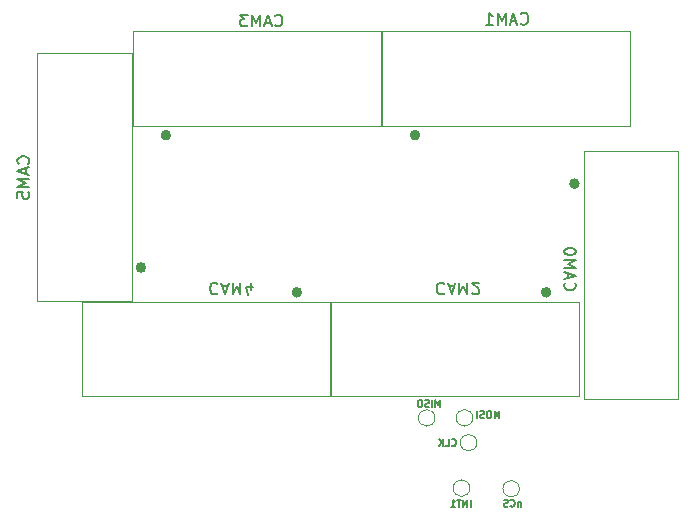
<source format=gbr>
%TF.GenerationSoftware,KiCad,Pcbnew,5.99.0-unknown-ad69e44~101~ubuntu18.04.1*%
%TF.CreationDate,2020-06-22T16:53:12+08:00*%
%TF.ProjectId,ovc4,6f766334-2e6b-4696-9361-645f70636258,rev?*%
%TF.SameCoordinates,Original*%
%TF.FileFunction,Legend,Bot*%
%TF.FilePolarity,Positive*%
%FSLAX46Y46*%
G04 Gerber Fmt 4.6, Leading zero omitted, Abs format (unit mm)*
G04 Created by KiCad (PCBNEW 5.99.0-unknown-ad69e44~101~ubuntu18.04.1) date 2020-06-22 16:53:12*
%MOMM*%
%LPD*%
G01*
G04 APERTURE LIST*
%ADD10C,0.150000*%
%ADD11C,0.500000*%
%ADD12C,0.120000*%
G04 APERTURE END LIST*
D10*
X113114285Y-87121428D02*
X113114285Y-87521428D01*
X113114285Y-87178571D02*
X113085714Y-87150000D01*
X113028571Y-87121428D01*
X112942857Y-87121428D01*
X112885714Y-87150000D01*
X112857142Y-87207142D01*
X112857142Y-87521428D01*
X112228571Y-87464285D02*
X112257142Y-87492857D01*
X112342857Y-87521428D01*
X112400000Y-87521428D01*
X112485714Y-87492857D01*
X112542857Y-87435714D01*
X112571428Y-87378571D01*
X112600000Y-87264285D01*
X112600000Y-87178571D01*
X112571428Y-87064285D01*
X112542857Y-87007142D01*
X112485714Y-86950000D01*
X112400000Y-86921428D01*
X112342857Y-86921428D01*
X112257142Y-86950000D01*
X112228571Y-86978571D01*
X112000000Y-87492857D02*
X111914285Y-87521428D01*
X111771428Y-87521428D01*
X111714285Y-87492857D01*
X111685714Y-87464285D01*
X111657142Y-87407142D01*
X111657142Y-87350000D01*
X111685714Y-87292857D01*
X111714285Y-87264285D01*
X111771428Y-87235714D01*
X111885714Y-87207142D01*
X111942857Y-87178571D01*
X111971428Y-87150000D01*
X112000000Y-87092857D01*
X112000000Y-87035714D01*
X111971428Y-86978571D01*
X111942857Y-86950000D01*
X111885714Y-86921428D01*
X111742857Y-86921428D01*
X111657142Y-86950000D01*
X108878571Y-87521428D02*
X108878571Y-86921428D01*
X108592857Y-87521428D02*
X108592857Y-86921428D01*
X108250000Y-87521428D01*
X108250000Y-86921428D01*
X108050000Y-86921428D02*
X107707142Y-86921428D01*
X107878571Y-87521428D02*
X107878571Y-86921428D01*
X107192857Y-87521428D02*
X107535714Y-87521428D01*
X107364285Y-87521428D02*
X107364285Y-86921428D01*
X107421428Y-87007142D01*
X107478571Y-87064285D01*
X107535714Y-87092857D01*
X107257142Y-82314285D02*
X107285714Y-82342857D01*
X107371428Y-82371428D01*
X107428571Y-82371428D01*
X107514285Y-82342857D01*
X107571428Y-82285714D01*
X107600000Y-82228571D01*
X107628571Y-82114285D01*
X107628571Y-82028571D01*
X107600000Y-81914285D01*
X107571428Y-81857142D01*
X107514285Y-81800000D01*
X107428571Y-81771428D01*
X107371428Y-81771428D01*
X107285714Y-81800000D01*
X107257142Y-81828571D01*
X106714285Y-82371428D02*
X107000000Y-82371428D01*
X107000000Y-81771428D01*
X106514285Y-82371428D02*
X106514285Y-81771428D01*
X106171428Y-82371428D02*
X106428571Y-82028571D01*
X106171428Y-81771428D02*
X106514285Y-82114285D01*
X111292857Y-80021428D02*
X111292857Y-79421428D01*
X111092857Y-79850000D01*
X110892857Y-79421428D01*
X110892857Y-80021428D01*
X110492857Y-79421428D02*
X110378571Y-79421428D01*
X110321428Y-79450000D01*
X110264285Y-79507142D01*
X110235714Y-79621428D01*
X110235714Y-79821428D01*
X110264285Y-79935714D01*
X110321428Y-79992857D01*
X110378571Y-80021428D01*
X110492857Y-80021428D01*
X110550000Y-79992857D01*
X110607142Y-79935714D01*
X110635714Y-79821428D01*
X110635714Y-79621428D01*
X110607142Y-79507142D01*
X110550000Y-79450000D01*
X110492857Y-79421428D01*
X110007142Y-79992857D02*
X109921428Y-80021428D01*
X109778571Y-80021428D01*
X109721428Y-79992857D01*
X109692857Y-79964285D01*
X109664285Y-79907142D01*
X109664285Y-79850000D01*
X109692857Y-79792857D01*
X109721428Y-79764285D01*
X109778571Y-79735714D01*
X109892857Y-79707142D01*
X109950000Y-79678571D01*
X109978571Y-79650000D01*
X110007142Y-79592857D01*
X110007142Y-79535714D01*
X109978571Y-79478571D01*
X109950000Y-79450000D01*
X109892857Y-79421428D01*
X109750000Y-79421428D01*
X109664285Y-79450000D01*
X109407142Y-80021428D02*
X109407142Y-79421428D01*
X106292857Y-79071428D02*
X106292857Y-78471428D01*
X106092857Y-78900000D01*
X105892857Y-78471428D01*
X105892857Y-79071428D01*
X105607142Y-79071428D02*
X105607142Y-78471428D01*
X105350000Y-79042857D02*
X105264285Y-79071428D01*
X105121428Y-79071428D01*
X105064285Y-79042857D01*
X105035714Y-79014285D01*
X105007142Y-78957142D01*
X105007142Y-78900000D01*
X105035714Y-78842857D01*
X105064285Y-78814285D01*
X105121428Y-78785714D01*
X105235714Y-78757142D01*
X105292857Y-78728571D01*
X105321428Y-78700000D01*
X105350000Y-78642857D01*
X105350000Y-78585714D01*
X105321428Y-78528571D01*
X105292857Y-78500000D01*
X105235714Y-78471428D01*
X105092857Y-78471428D01*
X105007142Y-78500000D01*
X104635714Y-78471428D02*
X104521428Y-78471428D01*
X104464285Y-78500000D01*
X104407142Y-78557142D01*
X104378571Y-78671428D01*
X104378571Y-78871428D01*
X104407142Y-78985714D01*
X104464285Y-79042857D01*
X104521428Y-79071428D01*
X104635714Y-79071428D01*
X104692857Y-79042857D01*
X104750000Y-78985714D01*
X104778571Y-78871428D01*
X104778571Y-78671428D01*
X104750000Y-78557142D01*
X104692857Y-78500000D01*
X104635714Y-78471428D01*
%TO.C,CAM1*%
X113116666Y-46607142D02*
X113164285Y-46654761D01*
X113307142Y-46702380D01*
X113402380Y-46702380D01*
X113545238Y-46654761D01*
X113640476Y-46559523D01*
X113688095Y-46464285D01*
X113735714Y-46273809D01*
X113735714Y-46130952D01*
X113688095Y-45940476D01*
X113640476Y-45845238D01*
X113545238Y-45750000D01*
X113402380Y-45702380D01*
X113307142Y-45702380D01*
X113164285Y-45750000D01*
X113116666Y-45797619D01*
X112735714Y-46416666D02*
X112259523Y-46416666D01*
X112830952Y-46702380D02*
X112497619Y-45702380D01*
X112164285Y-46702380D01*
X111830952Y-46702380D02*
X111830952Y-45702380D01*
X111497619Y-46416666D01*
X111164285Y-45702380D01*
X111164285Y-46702380D01*
X110164285Y-46702380D02*
X110735714Y-46702380D01*
X110450000Y-46702380D02*
X110450000Y-45702380D01*
X110545238Y-45845238D01*
X110640476Y-45940476D01*
X110735714Y-45988095D01*
%TO.C,CAM4*%
X87433333Y-68642857D02*
X87385714Y-68595238D01*
X87242857Y-68547619D01*
X87147619Y-68547619D01*
X87004761Y-68595238D01*
X86909523Y-68690476D01*
X86861904Y-68785714D01*
X86814285Y-68976190D01*
X86814285Y-69119047D01*
X86861904Y-69309523D01*
X86909523Y-69404761D01*
X87004761Y-69500000D01*
X87147619Y-69547619D01*
X87242857Y-69547619D01*
X87385714Y-69500000D01*
X87433333Y-69452380D01*
X87814285Y-68833333D02*
X88290476Y-68833333D01*
X87719047Y-68547619D02*
X88052380Y-69547619D01*
X88385714Y-68547619D01*
X88719047Y-68547619D02*
X88719047Y-69547619D01*
X89052380Y-68833333D01*
X89385714Y-69547619D01*
X89385714Y-68547619D01*
X90290476Y-69214285D02*
X90290476Y-68547619D01*
X90052380Y-69595238D02*
X89814285Y-68880952D01*
X90433333Y-68880952D01*
%TO.C,CAM5*%
X71407142Y-58483333D02*
X71454761Y-58435714D01*
X71502380Y-58292857D01*
X71502380Y-58197619D01*
X71454761Y-58054761D01*
X71359523Y-57959523D01*
X71264285Y-57911904D01*
X71073809Y-57864285D01*
X70930952Y-57864285D01*
X70740476Y-57911904D01*
X70645238Y-57959523D01*
X70550000Y-58054761D01*
X70502380Y-58197619D01*
X70502380Y-58292857D01*
X70550000Y-58435714D01*
X70597619Y-58483333D01*
X71216666Y-58864285D02*
X71216666Y-59340476D01*
X71502380Y-58769047D02*
X70502380Y-59102380D01*
X71502380Y-59435714D01*
X71502380Y-59769047D02*
X70502380Y-59769047D01*
X71216666Y-60102380D01*
X70502380Y-60435714D01*
X71502380Y-60435714D01*
X70502380Y-61388095D02*
X70502380Y-60911904D01*
X70978571Y-60864285D01*
X70930952Y-60911904D01*
X70883333Y-61007142D01*
X70883333Y-61245238D01*
X70930952Y-61340476D01*
X70978571Y-61388095D01*
X71073809Y-61435714D01*
X71311904Y-61435714D01*
X71407142Y-61388095D01*
X71454761Y-61340476D01*
X71502380Y-61245238D01*
X71502380Y-61007142D01*
X71454761Y-60911904D01*
X71407142Y-60864285D01*
%TO.C,CAM3*%
X92316666Y-46757142D02*
X92364285Y-46804761D01*
X92507142Y-46852380D01*
X92602380Y-46852380D01*
X92745238Y-46804761D01*
X92840476Y-46709523D01*
X92888095Y-46614285D01*
X92935714Y-46423809D01*
X92935714Y-46280952D01*
X92888095Y-46090476D01*
X92840476Y-45995238D01*
X92745238Y-45900000D01*
X92602380Y-45852380D01*
X92507142Y-45852380D01*
X92364285Y-45900000D01*
X92316666Y-45947619D01*
X91935714Y-46566666D02*
X91459523Y-46566666D01*
X92030952Y-46852380D02*
X91697619Y-45852380D01*
X91364285Y-46852380D01*
X91030952Y-46852380D02*
X91030952Y-45852380D01*
X90697619Y-46566666D01*
X90364285Y-45852380D01*
X90364285Y-46852380D01*
X89983333Y-45852380D02*
X89364285Y-45852380D01*
X89697619Y-46233333D01*
X89554761Y-46233333D01*
X89459523Y-46280952D01*
X89411904Y-46328571D01*
X89364285Y-46423809D01*
X89364285Y-46661904D01*
X89411904Y-46757142D01*
X89459523Y-46804761D01*
X89554761Y-46852380D01*
X89840476Y-46852380D01*
X89935714Y-46804761D01*
X89983333Y-46757142D01*
%TO.C,CAM2*%
X106633333Y-68642857D02*
X106585714Y-68595238D01*
X106442857Y-68547619D01*
X106347619Y-68547619D01*
X106204761Y-68595238D01*
X106109523Y-68690476D01*
X106061904Y-68785714D01*
X106014285Y-68976190D01*
X106014285Y-69119047D01*
X106061904Y-69309523D01*
X106109523Y-69404761D01*
X106204761Y-69500000D01*
X106347619Y-69547619D01*
X106442857Y-69547619D01*
X106585714Y-69500000D01*
X106633333Y-69452380D01*
X107014285Y-68833333D02*
X107490476Y-68833333D01*
X106919047Y-68547619D02*
X107252380Y-69547619D01*
X107585714Y-68547619D01*
X107919047Y-68547619D02*
X107919047Y-69547619D01*
X108252380Y-68833333D01*
X108585714Y-69547619D01*
X108585714Y-68547619D01*
X109014285Y-69452380D02*
X109061904Y-69500000D01*
X109157142Y-69547619D01*
X109395238Y-69547619D01*
X109490476Y-69500000D01*
X109538095Y-69452380D01*
X109585714Y-69357142D01*
X109585714Y-69261904D01*
X109538095Y-69119047D01*
X108966666Y-68547619D01*
X109585714Y-68547619D01*
%TO.C,CAM0*%
X116892857Y-68566666D02*
X116845238Y-68614285D01*
X116797619Y-68757142D01*
X116797619Y-68852380D01*
X116845238Y-68995238D01*
X116940476Y-69090476D01*
X117035714Y-69138095D01*
X117226190Y-69185714D01*
X117369047Y-69185714D01*
X117559523Y-69138095D01*
X117654761Y-69090476D01*
X117750000Y-68995238D01*
X117797619Y-68852380D01*
X117797619Y-68757142D01*
X117750000Y-68614285D01*
X117702380Y-68566666D01*
X117083333Y-68185714D02*
X117083333Y-67709523D01*
X116797619Y-68280952D02*
X117797619Y-67947619D01*
X116797619Y-67614285D01*
X116797619Y-67280952D02*
X117797619Y-67280952D01*
X117083333Y-66947619D01*
X117797619Y-66614285D01*
X116797619Y-66614285D01*
X117797619Y-65947619D02*
X117797619Y-65852380D01*
X117750000Y-65757142D01*
X117702380Y-65709523D01*
X117607142Y-65661904D01*
X117416666Y-65614285D01*
X117178571Y-65614285D01*
X116988095Y-65661904D01*
X116892857Y-65709523D01*
X116845238Y-65757142D01*
X116797619Y-65852380D01*
X116797619Y-65947619D01*
X116845238Y-66042857D01*
X116892857Y-66090476D01*
X116988095Y-66138095D01*
X117178571Y-66185714D01*
X117416666Y-66185714D01*
X117607142Y-66138095D01*
X117702380Y-66090476D01*
X117750000Y-66042857D01*
X117797619Y-65947619D01*
D11*
%TO.C,CAM1*%
X104360001Y-56067498D02*
G75*
G03*
X104360001Y-56067498I-200000J0D01*
G01*
D12*
X101360001Y-55267498D02*
X122360001Y-55267498D01*
X101360001Y-55267498D02*
X101360001Y-47267498D01*
X122360001Y-55267498D02*
X122360001Y-47267498D01*
X101360001Y-47267498D02*
X122360001Y-47267498D01*
%TO.C,CAM4*%
X96960001Y-78167498D02*
X75960001Y-78167498D01*
X75960001Y-70167498D02*
X75960001Y-78167498D01*
X96960001Y-70167498D02*
X96960001Y-78167498D01*
X96960001Y-70167498D02*
X75960001Y-70167498D01*
D11*
X94360001Y-69367498D02*
G75*
G03*
X94360001Y-69367498I-200000J0D01*
G01*
D12*
%TO.C,TP5*%
X108800000Y-85950000D02*
G75*
G03*
X108800000Y-85950000I-700000J0D01*
G01*
%TO.C,TP4*%
X105850000Y-80000000D02*
G75*
G03*
X105850000Y-80000000I-700000J0D01*
G01*
%TO.C,TP3*%
X109050000Y-80000000D02*
G75*
G03*
X109050000Y-80000000I-700000J0D01*
G01*
%TO.C,TP2*%
X109400000Y-82100000D02*
G75*
G03*
X109400000Y-82100000I-700000J0D01*
G01*
%TO.C,TP1*%
X113000000Y-86000000D02*
G75*
G03*
X113000000Y-86000000I-700000J0D01*
G01*
%TO.C,CAM5*%
X72160001Y-70067498D02*
X72160001Y-49067498D01*
X80160001Y-49067498D02*
X72160001Y-49067498D01*
X80160001Y-70067498D02*
X72160001Y-70067498D01*
X80160001Y-70067498D02*
X80160001Y-49067498D01*
D11*
X81160001Y-67267498D02*
G75*
G03*
X81160001Y-67267498I-200000J0D01*
G01*
D12*
%TO.C,CAM3*%
X80260001Y-47267498D02*
X101260001Y-47267498D01*
X101260001Y-55267498D02*
X101260001Y-47267498D01*
X80260001Y-55267498D02*
X80260001Y-47267498D01*
X80260001Y-55267498D02*
X101260001Y-55267498D01*
D11*
X83260001Y-56067498D02*
G75*
G03*
X83260001Y-56067498I-200000J0D01*
G01*
D12*
%TO.C,CAM2*%
X118060001Y-78167498D02*
X97060001Y-78167498D01*
X97060001Y-70167498D02*
X97060001Y-78167498D01*
X118060001Y-70167498D02*
X118060001Y-78167498D01*
X118060001Y-70167498D02*
X97060001Y-70167498D01*
D11*
X115460001Y-69367498D02*
G75*
G03*
X115460001Y-69367498I-200000J0D01*
G01*
D12*
%TO.C,CAM0*%
X126460001Y-57367498D02*
X126460001Y-78367498D01*
X118460001Y-78367498D02*
X126460001Y-78367498D01*
X118460001Y-57367498D02*
X126460001Y-57367498D01*
X118460001Y-57367498D02*
X118460001Y-78367498D01*
D11*
X117860001Y-60167498D02*
G75*
G03*
X117860001Y-60167498I-200000J0D01*
G01*
%TD*%
M02*

</source>
